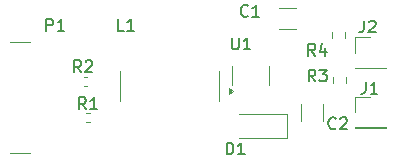
<source format=gbr>
%TF.GenerationSoftware,KiCad,Pcbnew,8.0.3*%
%TF.CreationDate,2024-08-23T16:47:22+02:00*%
%TF.ProjectId,BOOST_CONVERTER,424f4f53-545f-4434-9f4e-564552544552,1.0*%
%TF.SameCoordinates,Original*%
%TF.FileFunction,Legend,Top*%
%TF.FilePolarity,Positive*%
%FSLAX46Y46*%
G04 Gerber Fmt 4.6, Leading zero omitted, Abs format (unit mm)*
G04 Created by KiCad (PCBNEW 8.0.3) date 2024-08-23 16:47:22*
%MOMM*%
%LPD*%
G01*
G04 APERTURE LIST*
%ADD10C,0.150000*%
%ADD11C,0.120000*%
G04 APERTURE END LIST*
D10*
X123566666Y-79674819D02*
X123566666Y-80389104D01*
X123566666Y-80389104D02*
X123519047Y-80531961D01*
X123519047Y-80531961D02*
X123423809Y-80627200D01*
X123423809Y-80627200D02*
X123280952Y-80674819D01*
X123280952Y-80674819D02*
X123185714Y-80674819D01*
X123995238Y-79770057D02*
X124042857Y-79722438D01*
X124042857Y-79722438D02*
X124138095Y-79674819D01*
X124138095Y-79674819D02*
X124376190Y-79674819D01*
X124376190Y-79674819D02*
X124471428Y-79722438D01*
X124471428Y-79722438D02*
X124519047Y-79770057D01*
X124519047Y-79770057D02*
X124566666Y-79865295D01*
X124566666Y-79865295D02*
X124566666Y-79960533D01*
X124566666Y-79960533D02*
X124519047Y-80103390D01*
X124519047Y-80103390D02*
X123947619Y-80674819D01*
X123947619Y-80674819D02*
X124566666Y-80674819D01*
X123706666Y-84874819D02*
X123706666Y-85589104D01*
X123706666Y-85589104D02*
X123659047Y-85731961D01*
X123659047Y-85731961D02*
X123563809Y-85827200D01*
X123563809Y-85827200D02*
X123420952Y-85874819D01*
X123420952Y-85874819D02*
X123325714Y-85874819D01*
X124706666Y-85874819D02*
X124135238Y-85874819D01*
X124420952Y-85874819D02*
X124420952Y-84874819D01*
X124420952Y-84874819D02*
X124325714Y-85017676D01*
X124325714Y-85017676D02*
X124230476Y-85112914D01*
X124230476Y-85112914D02*
X124135238Y-85160533D01*
X99623333Y-84054819D02*
X99290000Y-83578628D01*
X99051905Y-84054819D02*
X99051905Y-83054819D01*
X99051905Y-83054819D02*
X99432857Y-83054819D01*
X99432857Y-83054819D02*
X99528095Y-83102438D01*
X99528095Y-83102438D02*
X99575714Y-83150057D01*
X99575714Y-83150057D02*
X99623333Y-83245295D01*
X99623333Y-83245295D02*
X99623333Y-83388152D01*
X99623333Y-83388152D02*
X99575714Y-83483390D01*
X99575714Y-83483390D02*
X99528095Y-83531009D01*
X99528095Y-83531009D02*
X99432857Y-83578628D01*
X99432857Y-83578628D02*
X99051905Y-83578628D01*
X100004286Y-83150057D02*
X100051905Y-83102438D01*
X100051905Y-83102438D02*
X100147143Y-83054819D01*
X100147143Y-83054819D02*
X100385238Y-83054819D01*
X100385238Y-83054819D02*
X100480476Y-83102438D01*
X100480476Y-83102438D02*
X100528095Y-83150057D01*
X100528095Y-83150057D02*
X100575714Y-83245295D01*
X100575714Y-83245295D02*
X100575714Y-83340533D01*
X100575714Y-83340533D02*
X100528095Y-83483390D01*
X100528095Y-83483390D02*
X99956667Y-84054819D01*
X99956667Y-84054819D02*
X100575714Y-84054819D01*
X96681905Y-80549819D02*
X96681905Y-79549819D01*
X96681905Y-79549819D02*
X97062857Y-79549819D01*
X97062857Y-79549819D02*
X97158095Y-79597438D01*
X97158095Y-79597438D02*
X97205714Y-79645057D01*
X97205714Y-79645057D02*
X97253333Y-79740295D01*
X97253333Y-79740295D02*
X97253333Y-79883152D01*
X97253333Y-79883152D02*
X97205714Y-79978390D01*
X97205714Y-79978390D02*
X97158095Y-80026009D01*
X97158095Y-80026009D02*
X97062857Y-80073628D01*
X97062857Y-80073628D02*
X96681905Y-80073628D01*
X98205714Y-80549819D02*
X97634286Y-80549819D01*
X97920000Y-80549819D02*
X97920000Y-79549819D01*
X97920000Y-79549819D02*
X97824762Y-79692676D01*
X97824762Y-79692676D02*
X97729524Y-79787914D01*
X97729524Y-79787914D02*
X97634286Y-79835533D01*
X111931905Y-91004819D02*
X111931905Y-90004819D01*
X111931905Y-90004819D02*
X112170000Y-90004819D01*
X112170000Y-90004819D02*
X112312857Y-90052438D01*
X112312857Y-90052438D02*
X112408095Y-90147676D01*
X112408095Y-90147676D02*
X112455714Y-90242914D01*
X112455714Y-90242914D02*
X112503333Y-90433390D01*
X112503333Y-90433390D02*
X112503333Y-90576247D01*
X112503333Y-90576247D02*
X112455714Y-90766723D01*
X112455714Y-90766723D02*
X112408095Y-90861961D01*
X112408095Y-90861961D02*
X112312857Y-90957200D01*
X112312857Y-90957200D02*
X112170000Y-91004819D01*
X112170000Y-91004819D02*
X111931905Y-91004819D01*
X113455714Y-91004819D02*
X112884286Y-91004819D01*
X113170000Y-91004819D02*
X113170000Y-90004819D01*
X113170000Y-90004819D02*
X113074762Y-90147676D01*
X113074762Y-90147676D02*
X112979524Y-90242914D01*
X112979524Y-90242914D02*
X112884286Y-90290533D01*
X119453333Y-84834819D02*
X119120000Y-84358628D01*
X118881905Y-84834819D02*
X118881905Y-83834819D01*
X118881905Y-83834819D02*
X119262857Y-83834819D01*
X119262857Y-83834819D02*
X119358095Y-83882438D01*
X119358095Y-83882438D02*
X119405714Y-83930057D01*
X119405714Y-83930057D02*
X119453333Y-84025295D01*
X119453333Y-84025295D02*
X119453333Y-84168152D01*
X119453333Y-84168152D02*
X119405714Y-84263390D01*
X119405714Y-84263390D02*
X119358095Y-84311009D01*
X119358095Y-84311009D02*
X119262857Y-84358628D01*
X119262857Y-84358628D02*
X118881905Y-84358628D01*
X119786667Y-83834819D02*
X120405714Y-83834819D01*
X120405714Y-83834819D02*
X120072381Y-84215771D01*
X120072381Y-84215771D02*
X120215238Y-84215771D01*
X120215238Y-84215771D02*
X120310476Y-84263390D01*
X120310476Y-84263390D02*
X120358095Y-84311009D01*
X120358095Y-84311009D02*
X120405714Y-84406247D01*
X120405714Y-84406247D02*
X120405714Y-84644342D01*
X120405714Y-84644342D02*
X120358095Y-84739580D01*
X120358095Y-84739580D02*
X120310476Y-84787200D01*
X120310476Y-84787200D02*
X120215238Y-84834819D01*
X120215238Y-84834819D02*
X119929524Y-84834819D01*
X119929524Y-84834819D02*
X119834286Y-84787200D01*
X119834286Y-84787200D02*
X119786667Y-84739580D01*
X100023333Y-87184819D02*
X99690000Y-86708628D01*
X99451905Y-87184819D02*
X99451905Y-86184819D01*
X99451905Y-86184819D02*
X99832857Y-86184819D01*
X99832857Y-86184819D02*
X99928095Y-86232438D01*
X99928095Y-86232438D02*
X99975714Y-86280057D01*
X99975714Y-86280057D02*
X100023333Y-86375295D01*
X100023333Y-86375295D02*
X100023333Y-86518152D01*
X100023333Y-86518152D02*
X99975714Y-86613390D01*
X99975714Y-86613390D02*
X99928095Y-86661009D01*
X99928095Y-86661009D02*
X99832857Y-86708628D01*
X99832857Y-86708628D02*
X99451905Y-86708628D01*
X100975714Y-87184819D02*
X100404286Y-87184819D01*
X100690000Y-87184819D02*
X100690000Y-86184819D01*
X100690000Y-86184819D02*
X100594762Y-86327676D01*
X100594762Y-86327676D02*
X100499524Y-86422914D01*
X100499524Y-86422914D02*
X100404286Y-86470533D01*
X103233333Y-80554819D02*
X102757143Y-80554819D01*
X102757143Y-80554819D02*
X102757143Y-79554819D01*
X104090476Y-80554819D02*
X103519048Y-80554819D01*
X103804762Y-80554819D02*
X103804762Y-79554819D01*
X103804762Y-79554819D02*
X103709524Y-79697676D01*
X103709524Y-79697676D02*
X103614286Y-79792914D01*
X103614286Y-79792914D02*
X103519048Y-79840533D01*
X119433333Y-82654819D02*
X119100000Y-82178628D01*
X118861905Y-82654819D02*
X118861905Y-81654819D01*
X118861905Y-81654819D02*
X119242857Y-81654819D01*
X119242857Y-81654819D02*
X119338095Y-81702438D01*
X119338095Y-81702438D02*
X119385714Y-81750057D01*
X119385714Y-81750057D02*
X119433333Y-81845295D01*
X119433333Y-81845295D02*
X119433333Y-81988152D01*
X119433333Y-81988152D02*
X119385714Y-82083390D01*
X119385714Y-82083390D02*
X119338095Y-82131009D01*
X119338095Y-82131009D02*
X119242857Y-82178628D01*
X119242857Y-82178628D02*
X118861905Y-82178628D01*
X120290476Y-81988152D02*
X120290476Y-82654819D01*
X120052381Y-81607200D02*
X119814286Y-82321485D01*
X119814286Y-82321485D02*
X120433333Y-82321485D01*
X121173333Y-88789580D02*
X121125714Y-88837200D01*
X121125714Y-88837200D02*
X120982857Y-88884819D01*
X120982857Y-88884819D02*
X120887619Y-88884819D01*
X120887619Y-88884819D02*
X120744762Y-88837200D01*
X120744762Y-88837200D02*
X120649524Y-88741961D01*
X120649524Y-88741961D02*
X120601905Y-88646723D01*
X120601905Y-88646723D02*
X120554286Y-88456247D01*
X120554286Y-88456247D02*
X120554286Y-88313390D01*
X120554286Y-88313390D02*
X120601905Y-88122914D01*
X120601905Y-88122914D02*
X120649524Y-88027676D01*
X120649524Y-88027676D02*
X120744762Y-87932438D01*
X120744762Y-87932438D02*
X120887619Y-87884819D01*
X120887619Y-87884819D02*
X120982857Y-87884819D01*
X120982857Y-87884819D02*
X121125714Y-87932438D01*
X121125714Y-87932438D02*
X121173333Y-87980057D01*
X121554286Y-87980057D02*
X121601905Y-87932438D01*
X121601905Y-87932438D02*
X121697143Y-87884819D01*
X121697143Y-87884819D02*
X121935238Y-87884819D01*
X121935238Y-87884819D02*
X122030476Y-87932438D01*
X122030476Y-87932438D02*
X122078095Y-87980057D01*
X122078095Y-87980057D02*
X122125714Y-88075295D01*
X122125714Y-88075295D02*
X122125714Y-88170533D01*
X122125714Y-88170533D02*
X122078095Y-88313390D01*
X122078095Y-88313390D02*
X121506667Y-88884819D01*
X121506667Y-88884819D02*
X122125714Y-88884819D01*
X112388095Y-81117319D02*
X112388095Y-81926842D01*
X112388095Y-81926842D02*
X112435714Y-82022080D01*
X112435714Y-82022080D02*
X112483333Y-82069700D01*
X112483333Y-82069700D02*
X112578571Y-82117319D01*
X112578571Y-82117319D02*
X112769047Y-82117319D01*
X112769047Y-82117319D02*
X112864285Y-82069700D01*
X112864285Y-82069700D02*
X112911904Y-82022080D01*
X112911904Y-82022080D02*
X112959523Y-81926842D01*
X112959523Y-81926842D02*
X112959523Y-81117319D01*
X113959523Y-82117319D02*
X113388095Y-82117319D01*
X113673809Y-82117319D02*
X113673809Y-81117319D01*
X113673809Y-81117319D02*
X113578571Y-81260176D01*
X113578571Y-81260176D02*
X113483333Y-81355414D01*
X113483333Y-81355414D02*
X113388095Y-81403033D01*
X113733333Y-79259580D02*
X113685714Y-79307200D01*
X113685714Y-79307200D02*
X113542857Y-79354819D01*
X113542857Y-79354819D02*
X113447619Y-79354819D01*
X113447619Y-79354819D02*
X113304762Y-79307200D01*
X113304762Y-79307200D02*
X113209524Y-79211961D01*
X113209524Y-79211961D02*
X113161905Y-79116723D01*
X113161905Y-79116723D02*
X113114286Y-78926247D01*
X113114286Y-78926247D02*
X113114286Y-78783390D01*
X113114286Y-78783390D02*
X113161905Y-78592914D01*
X113161905Y-78592914D02*
X113209524Y-78497676D01*
X113209524Y-78497676D02*
X113304762Y-78402438D01*
X113304762Y-78402438D02*
X113447619Y-78354819D01*
X113447619Y-78354819D02*
X113542857Y-78354819D01*
X113542857Y-78354819D02*
X113685714Y-78402438D01*
X113685714Y-78402438D02*
X113733333Y-78450057D01*
X114685714Y-79354819D02*
X114114286Y-79354819D01*
X114400000Y-79354819D02*
X114400000Y-78354819D01*
X114400000Y-78354819D02*
X114304762Y-78497676D01*
X114304762Y-78497676D02*
X114209524Y-78592914D01*
X114209524Y-78592914D02*
X114114286Y-78640533D01*
D11*
%TO.C,J2*%
X125430000Y-83660000D02*
X125430000Y-83720000D01*
X122770000Y-83720000D02*
X125430000Y-83720000D01*
X122770000Y-83660000D02*
X125430000Y-83660000D01*
X122770000Y-83660000D02*
X122770000Y-83720000D01*
X122770000Y-82390000D02*
X122770000Y-81060000D01*
X122770000Y-81060000D02*
X124100000Y-81060000D01*
%TO.C,J1*%
X125430000Y-88720000D02*
X125430000Y-88780000D01*
X122770000Y-88780000D02*
X125430000Y-88780000D01*
X122770000Y-88720000D02*
X125430000Y-88720000D01*
X122770000Y-88720000D02*
X122770000Y-88780000D01*
X122770000Y-87450000D02*
X122770000Y-86120000D01*
X122770000Y-86120000D02*
X124100000Y-86120000D01*
%TO.C,R2*%
X99846359Y-84420000D02*
X100153641Y-84420000D01*
X99846359Y-85180000D02*
X100153641Y-85180000D01*
%TO.C,P1*%
X93610000Y-90870000D02*
X95310000Y-90870000D01*
X93610000Y-81530000D02*
X95310000Y-81530000D01*
%TO.C,D1*%
X117010000Y-87600000D02*
X113000000Y-87600000D01*
X117010000Y-89600000D02*
X113000000Y-89600000D01*
X117010000Y-89600000D02*
X117010000Y-87600000D01*
%TO.C,R3*%
X120977500Y-84962258D02*
X120977500Y-84487742D01*
X122022500Y-84962258D02*
X122022500Y-84487742D01*
%TO.C,R1*%
X100036359Y-87520000D02*
X100343641Y-87520000D01*
X100036359Y-88280000D02*
X100343641Y-88280000D01*
%TO.C,L1*%
X102900000Y-83950000D02*
X102900000Y-86450000D01*
X111300000Y-86450000D02*
X111300000Y-83950000D01*
%TO.C,R4*%
X120877500Y-81137258D02*
X120877500Y-80662742D01*
X121922500Y-81137258D02*
X121922500Y-80662742D01*
%TO.C,C2*%
X118250000Y-88171252D02*
X118250000Y-86748748D01*
X120070000Y-88171252D02*
X120070000Y-86748748D01*
%TO.C,U1*%
X112390000Y-84362500D02*
X112390000Y-83562500D01*
X112390000Y-84362500D02*
X112390000Y-85162500D01*
X115510000Y-84362500D02*
X115510000Y-83562500D01*
X115510000Y-84362500D02*
X115510000Y-85162500D01*
X112440000Y-85662500D02*
X112110000Y-85902500D01*
X112110000Y-85422500D01*
X112440000Y-85662500D01*
G36*
X112440000Y-85662500D02*
G01*
X112110000Y-85902500D01*
X112110000Y-85422500D01*
X112440000Y-85662500D01*
G37*
%TO.C,C1*%
X116388748Y-78590000D02*
X117811252Y-78590000D01*
X116388748Y-80410000D02*
X117811252Y-80410000D01*
%TD*%
M02*

</source>
